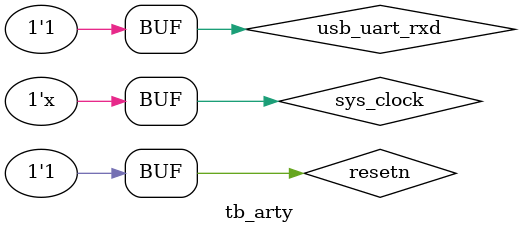
<source format=v>

module tb_arty ();

reg [3:0]   dip_switches_4bits_tri_i;
tri [3:0]   led_4bits_tri_io        ;
reg         resetn                  ;
reg         sys_clock               ;
reg         usb_uart_rxd            ;
wire        usb_uart_txd            ;

initial      resetn     = 1'b1;
initial #100 resetn     = 1'b0;
initial #200 resetn     = 1'b1;
initial  sys_clock      = 1'b1;
initial  usb_uart_rxd   = 1'b1;

always @(sys_clock) #10 sys_clock <= !sys_clock;

system_top_wrapper i_system_top_wrapper (
.dip_switches_4bits_tri_i(dip_switches_4bits_tri_i),
.led_4bits_tri_io        (led_4bits_tri_io        ),
.reset                   (resetn                  ),
.sys_clock               (sys_clock               ),
.usb_uart_rxd            (usb_uart_rxd            ),
.usb_uart_txd            (usb_uart_txd            )
);


endmodule

</source>
